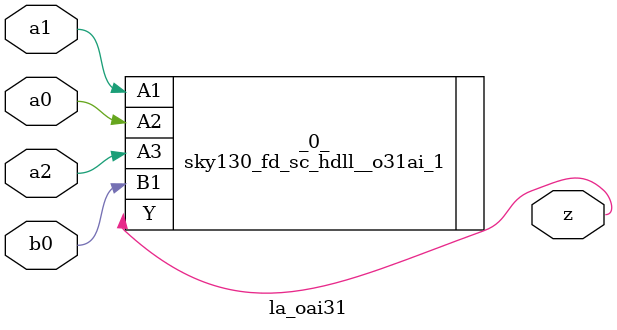
<source format=v>

/* Generated by Yosys 0.37 (git sha1 a5c7f69ed, clang 14.0.0-1ubuntu1.1 -fPIC -Os) */

module la_oai31(a0, a1, a2, b0, z);
  input a0;
  wire a0;
  input a1;
  wire a1;
  input a2;
  wire a2;
  input b0;
  wire b0;
  output z;
  wire z;
  sky130_fd_sc_hdll__o31ai_1 _0_ (
    .A1(a1),
    .A2(a0),
    .A3(a2),
    .B1(b0),
    .Y(z)
  );
endmodule

</source>
